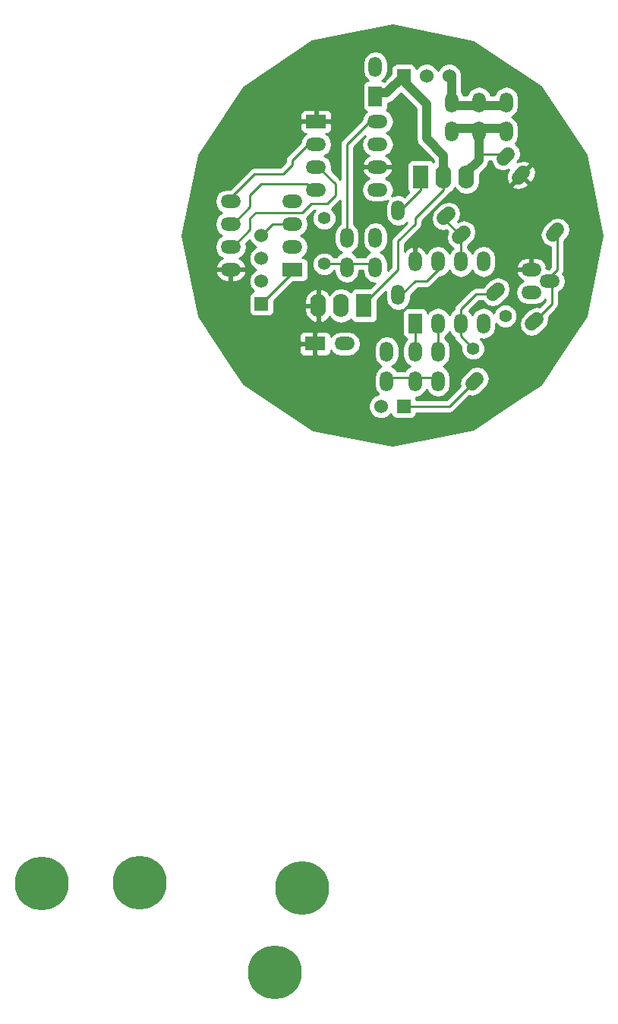
<source format=gtl>
G04 (created by PCBNEW (2013-07-07 BZR 4022)-stable) date 6/17/2014 7:27:19 PM*
%MOIN*%
G04 Gerber Fmt 3.4, Leading zero omitted, Abs format*
%FSLAX34Y34*%
G01*
G70*
G90*
G04 APERTURE LIST*
%ADD10C,0.00393701*%
%ADD11C,0.23622*%
%ADD12R,0.06X0.06*%
%ADD13C,0.06*%
%ADD14C,0.055*%
%ADD15O,0.0885X0.059*%
%ADD16R,0.069X0.1035*%
%ADD17O,0.069X0.1035*%
%ADD18O,0.059X0.0885*%
%ADD19C,0.059*%
%ADD20R,0.059X0.0885*%
%ADD21R,0.0885X0.059*%
%ADD22C,0.04*%
%ADD23C,0.01*%
G04 APERTURE END LIST*
G54D10*
G54D11*
X81050Y-83150D03*
X79850Y-86850D03*
G54D12*
X79250Y-57500D03*
G54D13*
X79250Y-56500D03*
X79250Y-55500D03*
X79250Y-54500D03*
G54D12*
X85500Y-47500D03*
G54D13*
X86500Y-47500D03*
X87500Y-47500D03*
G54D12*
X85500Y-62000D03*
G54D13*
X84500Y-62000D03*
G54D14*
X82000Y-55750D03*
X82000Y-53750D03*
X88542Y-59457D03*
X89957Y-58042D03*
G54D15*
X91102Y-56000D03*
X91897Y-56500D03*
X91102Y-57000D03*
G54D16*
X86250Y-51922D03*
G54D17*
X87250Y-51922D03*
X88250Y-51922D03*
G54D16*
X83750Y-57577D03*
G54D17*
X82750Y-57577D03*
X81750Y-57577D03*
G54D18*
X86000Y-60897D03*
X86000Y-59602D03*
X84750Y-60897D03*
X84750Y-59602D03*
X87000Y-59602D03*
X87000Y-60897D03*
X87600Y-49947D03*
X87600Y-48652D03*
X88800Y-49947D03*
X88800Y-48652D03*
X90000Y-49947D03*
X90000Y-48652D03*
X84250Y-55897D03*
X84250Y-54602D03*
X83000Y-54602D03*
X83000Y-55897D03*
G54D19*
X90750Y-51750D02*
X90541Y-51958D01*
X88130Y-54369D02*
X87921Y-54578D01*
X88500Y-61000D02*
X88708Y-60791D01*
X91119Y-58380D02*
X91328Y-58171D01*
X92250Y-54250D02*
X92041Y-54458D01*
X89630Y-56869D02*
X89421Y-57078D01*
X87250Y-53750D02*
X87458Y-53541D01*
X89869Y-51130D02*
X90078Y-50921D01*
G54D18*
X85250Y-57102D03*
X85250Y-53397D03*
G54D11*
X69600Y-82950D03*
X73900Y-82900D03*
G54D20*
X84250Y-48397D03*
G54D18*
X84250Y-47102D03*
G54D21*
X81602Y-59250D03*
G54D15*
X82897Y-59250D03*
G54D21*
X81647Y-49500D03*
G54D15*
X81647Y-50500D03*
X81647Y-51500D03*
X81647Y-52500D03*
X84352Y-52500D03*
X84352Y-51500D03*
X84352Y-49500D03*
X84352Y-50500D03*
G54D21*
X80602Y-56000D03*
G54D15*
X80602Y-55000D03*
X80602Y-54000D03*
X80602Y-53000D03*
X77897Y-53000D03*
X77897Y-54000D03*
X77897Y-56000D03*
X77897Y-55000D03*
G54D20*
X86000Y-58352D03*
G54D18*
X87000Y-58352D03*
X88000Y-58352D03*
X89000Y-58352D03*
X89000Y-55647D03*
X88000Y-55647D03*
X86000Y-55647D03*
X87000Y-55647D03*
G54D22*
X87500Y-47500D02*
X87600Y-47600D01*
X87600Y-47600D02*
X87600Y-48800D01*
X90000Y-48800D02*
X88800Y-48800D01*
X87600Y-48800D02*
X88800Y-48800D01*
G54D23*
X79250Y-57500D02*
X80750Y-56000D01*
X85500Y-62000D02*
X87000Y-62000D01*
X87500Y-62000D02*
X88500Y-61000D01*
X87000Y-62000D02*
X87500Y-62000D01*
X83000Y-55750D02*
X84250Y-55750D01*
X82000Y-55750D02*
X83000Y-55750D01*
X78000Y-55000D02*
X77750Y-55000D01*
X78750Y-54250D02*
X78000Y-55000D01*
X81750Y-51500D02*
X82500Y-52250D01*
X82500Y-52250D02*
X82500Y-52750D01*
X82500Y-52750D02*
X82250Y-53000D01*
X82250Y-53000D02*
X82150Y-53100D01*
X82150Y-53100D02*
X81650Y-53100D01*
X81650Y-53100D02*
X81450Y-53100D01*
X81450Y-53100D02*
X81050Y-53500D01*
X81050Y-53500D02*
X80000Y-53500D01*
X80000Y-53500D02*
X79850Y-53500D01*
X81750Y-51500D02*
X81500Y-51500D01*
X79850Y-53500D02*
X79000Y-53500D01*
X78750Y-53750D02*
X78750Y-54250D01*
X79000Y-53500D02*
X78750Y-53750D01*
X80250Y-52250D02*
X79250Y-52250D01*
X78000Y-54000D02*
X77750Y-54000D01*
X78750Y-53250D02*
X78000Y-54000D01*
X78750Y-52750D02*
X78750Y-53250D01*
X79250Y-52250D02*
X78750Y-52750D01*
X81250Y-52250D02*
X80250Y-52250D01*
X81250Y-52250D02*
X81500Y-52500D01*
X80400Y-51600D02*
X80200Y-51800D01*
X81300Y-50500D02*
X80600Y-51200D01*
X80600Y-51200D02*
X80600Y-51400D01*
X80600Y-51400D02*
X80400Y-51600D01*
X81500Y-50500D02*
X81300Y-50500D01*
X78950Y-51800D02*
X77750Y-53000D01*
X80200Y-51800D02*
X78950Y-51800D01*
X87000Y-55500D02*
X87000Y-56000D01*
X86000Y-56500D02*
X85250Y-57250D01*
X86500Y-56500D02*
X86000Y-56500D01*
X87000Y-56000D02*
X86500Y-56500D01*
X85250Y-53250D02*
X85500Y-53250D01*
X86250Y-52500D02*
X86250Y-51750D01*
X85500Y-53250D02*
X86250Y-52500D01*
X90078Y-50921D02*
X88800Y-50921D01*
G54D22*
X88250Y-51750D02*
X88800Y-51200D01*
X88800Y-51200D02*
X88800Y-50921D01*
X88800Y-50921D02*
X88800Y-49800D01*
X87600Y-49800D02*
X88800Y-49800D01*
X90000Y-49800D02*
X88800Y-49800D01*
G54D23*
X90078Y-50921D02*
X90000Y-50843D01*
X88000Y-58500D02*
X88000Y-58914D01*
X88000Y-58914D02*
X88542Y-59457D01*
X88500Y-57250D02*
X88000Y-57750D01*
X88000Y-57750D02*
X88000Y-58500D01*
X89421Y-57078D02*
X88671Y-57078D01*
X88671Y-57078D02*
X88500Y-57250D01*
X84500Y-49500D02*
X84000Y-49500D01*
X83000Y-50500D02*
X83000Y-54750D01*
X84000Y-49500D02*
X83000Y-50500D01*
X87250Y-53750D02*
X87921Y-54421D01*
X87921Y-54421D02*
X87921Y-54578D01*
X87921Y-54578D02*
X88000Y-54656D01*
X88000Y-54656D02*
X88000Y-55500D01*
X87000Y-59750D02*
X87000Y-58500D01*
X84750Y-60750D02*
X86000Y-60750D01*
X87000Y-60750D02*
X86000Y-60750D01*
X86000Y-59750D02*
X86000Y-58500D01*
X91750Y-56500D02*
X92250Y-56000D01*
X92250Y-56000D02*
X92250Y-54250D01*
X91328Y-58171D02*
X92000Y-57500D01*
X92000Y-56750D02*
X91750Y-56500D01*
X92000Y-57500D02*
X92000Y-56750D01*
X79250Y-54500D02*
X79750Y-54000D01*
X79750Y-54000D02*
X80750Y-54000D01*
G54D22*
X84250Y-48250D02*
X84750Y-48250D01*
X84750Y-48250D02*
X85500Y-47500D01*
X85500Y-47500D02*
X85500Y-47750D01*
X86500Y-48750D02*
X86500Y-50250D01*
X85500Y-47750D02*
X86500Y-48750D01*
G54D23*
X87250Y-51750D02*
X87250Y-52500D01*
X83750Y-57500D02*
X83750Y-57750D01*
X85250Y-56000D02*
X83750Y-57500D01*
X85250Y-54750D02*
X85250Y-56000D01*
X86000Y-54000D02*
X85250Y-54750D01*
X86000Y-53750D02*
X86000Y-54000D01*
X87250Y-52500D02*
X86000Y-53750D01*
G54D22*
X87250Y-51000D02*
X87250Y-51750D01*
X86500Y-50250D02*
X87250Y-51000D01*
G54D10*
G36*
X86800Y-51256D02*
X86736Y-51193D01*
X86644Y-51155D01*
X86545Y-51154D01*
X85855Y-51154D01*
X85763Y-51192D01*
X85693Y-51263D01*
X85655Y-51355D01*
X85654Y-51454D01*
X85654Y-52489D01*
X85692Y-52581D01*
X85718Y-52607D01*
X85539Y-52786D01*
X85458Y-52732D01*
X85250Y-52691D01*
X85041Y-52732D01*
X84968Y-52781D01*
X85017Y-52708D01*
X85058Y-52500D01*
X85017Y-52291D01*
X84898Y-52114D01*
X84722Y-51996D01*
X84717Y-51995D01*
X84754Y-51984D01*
X84920Y-51850D01*
X85022Y-51662D01*
X85028Y-51634D01*
X84979Y-51550D01*
X84402Y-51550D01*
X84402Y-51557D01*
X84302Y-51557D01*
X84302Y-51550D01*
X83725Y-51550D01*
X83676Y-51634D01*
X83682Y-51662D01*
X83784Y-51850D01*
X83950Y-51984D01*
X83987Y-51995D01*
X83982Y-51996D01*
X83806Y-52114D01*
X83687Y-52291D01*
X83646Y-52500D01*
X83687Y-52708D01*
X83806Y-52885D01*
X83982Y-53003D01*
X84191Y-53045D01*
X84513Y-53045D01*
X84722Y-53003D01*
X84795Y-52954D01*
X84746Y-53027D01*
X84705Y-53236D01*
X84705Y-53558D01*
X84746Y-53767D01*
X84864Y-53943D01*
X85041Y-54062D01*
X85250Y-54103D01*
X85458Y-54062D01*
X85624Y-53951D01*
X85037Y-54537D01*
X84972Y-54635D01*
X84950Y-54750D01*
X84950Y-55875D01*
X84795Y-56030D01*
X84795Y-55736D01*
X84753Y-55527D01*
X84635Y-55351D01*
X84484Y-55250D01*
X84635Y-55148D01*
X84753Y-54972D01*
X84795Y-54763D01*
X84795Y-54441D01*
X84753Y-54232D01*
X84635Y-54056D01*
X84458Y-53937D01*
X84250Y-53896D01*
X84041Y-53937D01*
X83864Y-54056D01*
X83746Y-54232D01*
X83705Y-54441D01*
X83705Y-54763D01*
X83746Y-54972D01*
X83864Y-55148D01*
X84015Y-55250D01*
X83864Y-55351D01*
X83798Y-55450D01*
X83451Y-55450D01*
X83385Y-55351D01*
X83234Y-55250D01*
X83385Y-55148D01*
X83503Y-54972D01*
X83545Y-54763D01*
X83545Y-54441D01*
X83503Y-54232D01*
X83385Y-54056D01*
X83300Y-53999D01*
X83300Y-50624D01*
X83798Y-50125D01*
X83687Y-50291D01*
X83646Y-50500D01*
X83687Y-50708D01*
X83806Y-50885D01*
X83982Y-51003D01*
X83987Y-51004D01*
X83950Y-51015D01*
X83784Y-51149D01*
X83682Y-51337D01*
X83676Y-51365D01*
X83725Y-51450D01*
X84302Y-51450D01*
X84302Y-51442D01*
X84402Y-51442D01*
X84402Y-51450D01*
X84979Y-51450D01*
X85028Y-51365D01*
X85022Y-51337D01*
X84920Y-51149D01*
X84754Y-51015D01*
X84717Y-51004D01*
X84722Y-51003D01*
X84898Y-50885D01*
X85017Y-50708D01*
X85058Y-50500D01*
X85017Y-50291D01*
X84898Y-50114D01*
X84727Y-50000D01*
X84898Y-49885D01*
X85017Y-49708D01*
X85058Y-49500D01*
X85017Y-49291D01*
X84898Y-49114D01*
X84734Y-49004D01*
X84756Y-48981D01*
X84794Y-48889D01*
X84795Y-48790D01*
X84795Y-48691D01*
X84922Y-48665D01*
X85068Y-48568D01*
X85375Y-48261D01*
X86050Y-48936D01*
X86050Y-50250D01*
X86084Y-50422D01*
X86181Y-50568D01*
X86800Y-51186D01*
X86800Y-51256D01*
X86800Y-51256D01*
G37*
G54D23*
X86800Y-51256D02*
X86736Y-51193D01*
X86644Y-51155D01*
X86545Y-51154D01*
X85855Y-51154D01*
X85763Y-51192D01*
X85693Y-51263D01*
X85655Y-51355D01*
X85654Y-51454D01*
X85654Y-52489D01*
X85692Y-52581D01*
X85718Y-52607D01*
X85539Y-52786D01*
X85458Y-52732D01*
X85250Y-52691D01*
X85041Y-52732D01*
X84968Y-52781D01*
X85017Y-52708D01*
X85058Y-52500D01*
X85017Y-52291D01*
X84898Y-52114D01*
X84722Y-51996D01*
X84717Y-51995D01*
X84754Y-51984D01*
X84920Y-51850D01*
X85022Y-51662D01*
X85028Y-51634D01*
X84979Y-51550D01*
X84402Y-51550D01*
X84402Y-51557D01*
X84302Y-51557D01*
X84302Y-51550D01*
X83725Y-51550D01*
X83676Y-51634D01*
X83682Y-51662D01*
X83784Y-51850D01*
X83950Y-51984D01*
X83987Y-51995D01*
X83982Y-51996D01*
X83806Y-52114D01*
X83687Y-52291D01*
X83646Y-52500D01*
X83687Y-52708D01*
X83806Y-52885D01*
X83982Y-53003D01*
X84191Y-53045D01*
X84513Y-53045D01*
X84722Y-53003D01*
X84795Y-52954D01*
X84746Y-53027D01*
X84705Y-53236D01*
X84705Y-53558D01*
X84746Y-53767D01*
X84864Y-53943D01*
X85041Y-54062D01*
X85250Y-54103D01*
X85458Y-54062D01*
X85624Y-53951D01*
X85037Y-54537D01*
X84972Y-54635D01*
X84950Y-54750D01*
X84950Y-55875D01*
X84795Y-56030D01*
X84795Y-55736D01*
X84753Y-55527D01*
X84635Y-55351D01*
X84484Y-55250D01*
X84635Y-55148D01*
X84753Y-54972D01*
X84795Y-54763D01*
X84795Y-54441D01*
X84753Y-54232D01*
X84635Y-54056D01*
X84458Y-53937D01*
X84250Y-53896D01*
X84041Y-53937D01*
X83864Y-54056D01*
X83746Y-54232D01*
X83705Y-54441D01*
X83705Y-54763D01*
X83746Y-54972D01*
X83864Y-55148D01*
X84015Y-55250D01*
X83864Y-55351D01*
X83798Y-55450D01*
X83451Y-55450D01*
X83385Y-55351D01*
X83234Y-55250D01*
X83385Y-55148D01*
X83503Y-54972D01*
X83545Y-54763D01*
X83545Y-54441D01*
X83503Y-54232D01*
X83385Y-54056D01*
X83300Y-53999D01*
X83300Y-50624D01*
X83798Y-50125D01*
X83687Y-50291D01*
X83646Y-50500D01*
X83687Y-50708D01*
X83806Y-50885D01*
X83982Y-51003D01*
X83987Y-51004D01*
X83950Y-51015D01*
X83784Y-51149D01*
X83682Y-51337D01*
X83676Y-51365D01*
X83725Y-51450D01*
X84302Y-51450D01*
X84302Y-51442D01*
X84402Y-51442D01*
X84402Y-51450D01*
X84979Y-51450D01*
X85028Y-51365D01*
X85022Y-51337D01*
X84920Y-51149D01*
X84754Y-51015D01*
X84717Y-51004D01*
X84722Y-51003D01*
X84898Y-50885D01*
X85017Y-50708D01*
X85058Y-50500D01*
X85017Y-50291D01*
X84898Y-50114D01*
X84727Y-50000D01*
X84898Y-49885D01*
X85017Y-49708D01*
X85058Y-49500D01*
X85017Y-49291D01*
X84898Y-49114D01*
X84734Y-49004D01*
X84756Y-48981D01*
X84794Y-48889D01*
X84795Y-48790D01*
X84795Y-48691D01*
X84922Y-48665D01*
X85068Y-48568D01*
X85375Y-48261D01*
X86050Y-48936D01*
X86050Y-50250D01*
X86084Y-50422D01*
X86181Y-50568D01*
X86800Y-51186D01*
X86800Y-51256D01*
G54D10*
G36*
X94218Y-54500D02*
X93515Y-58018D01*
X92804Y-59083D01*
X92804Y-54240D01*
X92763Y-54031D01*
X92644Y-53855D01*
X92468Y-53736D01*
X92259Y-53695D01*
X92051Y-53736D01*
X91874Y-53855D01*
X91646Y-54082D01*
X91528Y-54259D01*
X91486Y-54468D01*
X91528Y-54676D01*
X91646Y-54853D01*
X91823Y-54971D01*
X91950Y-54996D01*
X91950Y-55875D01*
X91870Y-55955D01*
X91795Y-55955D01*
X91795Y-55949D01*
X91778Y-55949D01*
X91729Y-55949D01*
X91778Y-55865D01*
X91772Y-55837D01*
X91670Y-55649D01*
X91504Y-55515D01*
X91300Y-55455D01*
X91295Y-55455D01*
X91295Y-51700D01*
X91234Y-51495D01*
X91218Y-51471D01*
X91124Y-51446D01*
X91053Y-51516D01*
X91053Y-51375D01*
X91028Y-51281D01*
X91004Y-51265D01*
X90799Y-51205D01*
X90587Y-51227D01*
X90481Y-51284D01*
X90591Y-51120D01*
X90633Y-50911D01*
X90591Y-50703D01*
X90473Y-50526D01*
X90397Y-50475D01*
X90503Y-50317D01*
X90545Y-50108D01*
X90545Y-49786D01*
X90503Y-49577D01*
X90385Y-49401D01*
X90234Y-49300D01*
X90385Y-49198D01*
X90503Y-49022D01*
X90545Y-48813D01*
X90545Y-48491D01*
X90503Y-48282D01*
X90385Y-48106D01*
X90208Y-47987D01*
X90000Y-47946D01*
X89791Y-47987D01*
X89614Y-48106D01*
X89496Y-48282D01*
X89483Y-48350D01*
X89316Y-48350D01*
X89303Y-48282D01*
X89185Y-48106D01*
X89008Y-47987D01*
X88800Y-47946D01*
X88591Y-47987D01*
X88414Y-48106D01*
X88296Y-48282D01*
X88283Y-48350D01*
X88116Y-48350D01*
X88103Y-48282D01*
X88050Y-48202D01*
X88050Y-47600D01*
X88049Y-47599D01*
X88050Y-47391D01*
X87966Y-47188D01*
X87811Y-47034D01*
X87609Y-46950D01*
X87391Y-46949D01*
X87188Y-47033D01*
X87034Y-47188D01*
X87000Y-47269D01*
X86966Y-47188D01*
X86811Y-47034D01*
X86609Y-46950D01*
X86391Y-46949D01*
X86188Y-47033D01*
X86050Y-47172D01*
X86050Y-47150D01*
X86012Y-47058D01*
X85941Y-46988D01*
X85849Y-46950D01*
X85750Y-46949D01*
X85150Y-46949D01*
X85058Y-46987D01*
X84988Y-47058D01*
X84950Y-47150D01*
X84949Y-47249D01*
X84949Y-47413D01*
X84639Y-47723D01*
X84594Y-47705D01*
X84551Y-47705D01*
X84635Y-47648D01*
X84753Y-47472D01*
X84795Y-47263D01*
X84795Y-46941D01*
X84753Y-46732D01*
X84635Y-46556D01*
X84458Y-46437D01*
X84250Y-46396D01*
X84041Y-46437D01*
X83864Y-46556D01*
X83746Y-46732D01*
X83705Y-46941D01*
X83705Y-47263D01*
X83746Y-47472D01*
X83864Y-47648D01*
X83948Y-47704D01*
X83905Y-47704D01*
X83813Y-47742D01*
X83743Y-47813D01*
X83705Y-47905D01*
X83704Y-48004D01*
X83704Y-48889D01*
X83742Y-48981D01*
X83813Y-49051D01*
X83866Y-49074D01*
X83806Y-49114D01*
X83687Y-49291D01*
X83663Y-49411D01*
X82787Y-50287D01*
X82722Y-50385D01*
X82700Y-50500D01*
X82700Y-52025D01*
X82323Y-51649D01*
X82353Y-51500D01*
X82312Y-51291D01*
X82193Y-51114D01*
X82022Y-51000D01*
X82193Y-50885D01*
X82312Y-50708D01*
X82353Y-50500D01*
X82312Y-50291D01*
X82193Y-50114D01*
X82089Y-50045D01*
X82139Y-50044D01*
X82231Y-50006D01*
X82302Y-49936D01*
X82340Y-49844D01*
X82340Y-49155D01*
X82302Y-49063D01*
X82231Y-48993D01*
X82139Y-48955D01*
X82040Y-48954D01*
X81760Y-48955D01*
X81697Y-49017D01*
X81697Y-49450D01*
X82277Y-49450D01*
X82340Y-49387D01*
X82340Y-49155D01*
X82340Y-49844D01*
X82340Y-49612D01*
X82277Y-49550D01*
X81697Y-49550D01*
X81697Y-49557D01*
X81597Y-49557D01*
X81597Y-49550D01*
X81597Y-49450D01*
X81597Y-49017D01*
X81535Y-48955D01*
X81254Y-48954D01*
X81155Y-48955D01*
X81063Y-48993D01*
X80992Y-49063D01*
X80954Y-49155D01*
X80955Y-49387D01*
X81017Y-49450D01*
X81597Y-49450D01*
X81597Y-49550D01*
X81017Y-49550D01*
X80955Y-49612D01*
X80954Y-49844D01*
X80992Y-49936D01*
X81063Y-50006D01*
X81155Y-50044D01*
X81205Y-50045D01*
X81101Y-50114D01*
X80982Y-50291D01*
X80957Y-50417D01*
X80387Y-50987D01*
X80322Y-51085D01*
X80300Y-51200D01*
X80300Y-51275D01*
X80187Y-51387D01*
X80187Y-51387D01*
X80075Y-51500D01*
X78950Y-51500D01*
X78835Y-51522D01*
X78737Y-51587D01*
X77870Y-52455D01*
X77736Y-52455D01*
X77527Y-52496D01*
X77351Y-52614D01*
X77232Y-52791D01*
X77191Y-53000D01*
X77232Y-53208D01*
X77351Y-53385D01*
X77522Y-53500D01*
X77351Y-53614D01*
X77232Y-53791D01*
X77191Y-54000D01*
X77232Y-54208D01*
X77351Y-54385D01*
X77522Y-54500D01*
X77351Y-54614D01*
X77232Y-54791D01*
X77191Y-55000D01*
X77232Y-55208D01*
X77351Y-55385D01*
X77527Y-55503D01*
X77532Y-55504D01*
X77495Y-55515D01*
X77329Y-55649D01*
X77227Y-55837D01*
X77221Y-55865D01*
X77270Y-55950D01*
X77847Y-55950D01*
X77847Y-55942D01*
X77947Y-55942D01*
X77947Y-55950D01*
X78524Y-55950D01*
X78573Y-55865D01*
X78567Y-55837D01*
X78465Y-55649D01*
X78299Y-55515D01*
X78262Y-55504D01*
X78267Y-55503D01*
X78443Y-55385D01*
X78562Y-55208D01*
X78603Y-55000D01*
X78573Y-54850D01*
X78733Y-54690D01*
X78783Y-54811D01*
X78938Y-54965D01*
X79019Y-54999D01*
X78938Y-55033D01*
X78784Y-55188D01*
X78700Y-55390D01*
X78699Y-55608D01*
X78783Y-55811D01*
X78938Y-55965D01*
X79019Y-55999D01*
X78938Y-56033D01*
X78784Y-56188D01*
X78700Y-56390D01*
X78699Y-56608D01*
X78783Y-56811D01*
X78922Y-56949D01*
X78900Y-56949D01*
X78808Y-56987D01*
X78738Y-57058D01*
X78700Y-57150D01*
X78699Y-57249D01*
X78699Y-57849D01*
X78737Y-57941D01*
X78808Y-58011D01*
X78900Y-58049D01*
X78999Y-58050D01*
X79599Y-58050D01*
X79691Y-58012D01*
X79761Y-57941D01*
X79799Y-57849D01*
X79800Y-57750D01*
X79800Y-57374D01*
X80629Y-56545D01*
X81094Y-56545D01*
X81186Y-56507D01*
X81256Y-56436D01*
X81294Y-56344D01*
X81295Y-56245D01*
X81295Y-55655D01*
X81257Y-55563D01*
X81186Y-55493D01*
X81094Y-55455D01*
X81044Y-55454D01*
X81148Y-55385D01*
X81267Y-55208D01*
X81308Y-55000D01*
X81267Y-54791D01*
X81148Y-54614D01*
X80977Y-54500D01*
X81148Y-54385D01*
X81267Y-54208D01*
X81308Y-54000D01*
X81267Y-53791D01*
X81228Y-53734D01*
X81262Y-53712D01*
X81574Y-53400D01*
X81607Y-53400D01*
X81555Y-53452D01*
X81475Y-53645D01*
X81474Y-53853D01*
X81554Y-54047D01*
X81702Y-54194D01*
X81895Y-54274D01*
X82103Y-54275D01*
X82297Y-54195D01*
X82444Y-54047D01*
X82524Y-53854D01*
X82525Y-53646D01*
X82445Y-53453D01*
X82327Y-53335D01*
X82362Y-53312D01*
X82462Y-53212D01*
X82462Y-53212D01*
X82462Y-53212D01*
X82700Y-52974D01*
X82700Y-53999D01*
X82614Y-54056D01*
X82496Y-54232D01*
X82455Y-54441D01*
X82455Y-54763D01*
X82496Y-54972D01*
X82614Y-55148D01*
X82765Y-55250D01*
X82614Y-55351D01*
X82548Y-55450D01*
X82442Y-55450D01*
X82297Y-55305D01*
X82104Y-55225D01*
X81896Y-55224D01*
X81703Y-55304D01*
X81555Y-55452D01*
X81475Y-55645D01*
X81474Y-55853D01*
X81554Y-56047D01*
X81702Y-56194D01*
X81895Y-56274D01*
X82103Y-56275D01*
X82297Y-56195D01*
X82442Y-56050D01*
X82455Y-56050D01*
X82455Y-56058D01*
X82496Y-56267D01*
X82614Y-56443D01*
X82791Y-56562D01*
X83000Y-56603D01*
X83208Y-56562D01*
X83385Y-56443D01*
X83503Y-56267D01*
X83545Y-56058D01*
X83545Y-56050D01*
X83705Y-56050D01*
X83705Y-56058D01*
X83746Y-56267D01*
X83864Y-56443D01*
X84041Y-56562D01*
X84226Y-56598D01*
X84015Y-56809D01*
X83355Y-56809D01*
X83263Y-56847D01*
X83193Y-56918D01*
X83171Y-56970D01*
X83170Y-56969D01*
X82977Y-56840D01*
X82750Y-56794D01*
X82522Y-56840D01*
X82329Y-56969D01*
X82248Y-57090D01*
X82135Y-56948D01*
X81931Y-56836D01*
X81892Y-56827D01*
X81800Y-56874D01*
X81800Y-57527D01*
X81807Y-57527D01*
X81807Y-57627D01*
X81800Y-57627D01*
X81800Y-58280D01*
X81892Y-58327D01*
X81931Y-58318D01*
X82135Y-58206D01*
X82248Y-58064D01*
X82329Y-58185D01*
X82522Y-58314D01*
X82750Y-58360D01*
X82977Y-58314D01*
X83170Y-58185D01*
X83171Y-58184D01*
X83192Y-58236D01*
X83263Y-58306D01*
X83355Y-58344D01*
X83454Y-58345D01*
X84144Y-58345D01*
X84236Y-58307D01*
X84306Y-58236D01*
X84344Y-58144D01*
X84345Y-58045D01*
X84345Y-57329D01*
X84705Y-56969D01*
X84705Y-57263D01*
X84746Y-57472D01*
X84864Y-57648D01*
X85041Y-57767D01*
X85250Y-57808D01*
X85458Y-57767D01*
X85635Y-57648D01*
X85753Y-57472D01*
X85795Y-57263D01*
X85795Y-57129D01*
X86124Y-56800D01*
X86500Y-56800D01*
X86500Y-56799D01*
X86614Y-56777D01*
X86614Y-56777D01*
X86712Y-56712D01*
X87088Y-56336D01*
X87208Y-56312D01*
X87385Y-56193D01*
X87500Y-56022D01*
X87614Y-56193D01*
X87791Y-56312D01*
X88000Y-56353D01*
X88208Y-56312D01*
X88385Y-56193D01*
X88500Y-56022D01*
X88614Y-56193D01*
X88791Y-56312D01*
X89000Y-56353D01*
X89208Y-56312D01*
X89385Y-56193D01*
X89503Y-56017D01*
X89545Y-55808D01*
X89545Y-55486D01*
X89503Y-55277D01*
X89385Y-55101D01*
X89208Y-54982D01*
X89000Y-54941D01*
X88791Y-54982D01*
X88614Y-55101D01*
X88500Y-55272D01*
X88385Y-55101D01*
X88300Y-55044D01*
X88300Y-54970D01*
X88525Y-54745D01*
X88643Y-54568D01*
X88684Y-54360D01*
X88643Y-54151D01*
X88525Y-53974D01*
X88348Y-53856D01*
X88139Y-53815D01*
X87931Y-53856D01*
X87863Y-53901D01*
X87971Y-53740D01*
X88013Y-53531D01*
X87971Y-53323D01*
X87853Y-53146D01*
X87676Y-53028D01*
X87468Y-52986D01*
X87259Y-53028D01*
X87082Y-53146D01*
X86855Y-53374D01*
X86736Y-53551D01*
X86695Y-53759D01*
X86736Y-53968D01*
X86855Y-54144D01*
X87031Y-54263D01*
X87240Y-54304D01*
X87357Y-54281D01*
X87427Y-54351D01*
X87408Y-54379D01*
X87366Y-54588D01*
X87408Y-54796D01*
X87526Y-54973D01*
X87666Y-55066D01*
X87614Y-55101D01*
X87500Y-55272D01*
X87385Y-55101D01*
X87208Y-54982D01*
X87000Y-54941D01*
X86791Y-54982D01*
X86614Y-55101D01*
X86496Y-55277D01*
X86495Y-55282D01*
X86484Y-55245D01*
X86350Y-55079D01*
X86162Y-54977D01*
X86134Y-54971D01*
X86050Y-55020D01*
X86050Y-55597D01*
X86057Y-55597D01*
X86057Y-55697D01*
X86050Y-55697D01*
X86050Y-55705D01*
X85950Y-55705D01*
X85950Y-55697D01*
X85942Y-55697D01*
X85942Y-55597D01*
X85950Y-55597D01*
X85950Y-55020D01*
X85865Y-54971D01*
X85837Y-54977D01*
X85649Y-55079D01*
X85550Y-55202D01*
X85550Y-54874D01*
X86212Y-54212D01*
X86212Y-54212D01*
X86277Y-54114D01*
X86299Y-54000D01*
X86300Y-54000D01*
X86300Y-53874D01*
X87462Y-52712D01*
X87512Y-52636D01*
X87670Y-52530D01*
X87749Y-52412D01*
X87829Y-52530D01*
X88022Y-52659D01*
X88250Y-52705D01*
X88477Y-52659D01*
X88670Y-52530D01*
X88799Y-52337D01*
X88845Y-52110D01*
X88845Y-51791D01*
X89118Y-51518D01*
X89215Y-51372D01*
X89245Y-51221D01*
X89331Y-51221D01*
X89356Y-51348D01*
X89474Y-51525D01*
X89651Y-51643D01*
X89860Y-51684D01*
X90068Y-51643D01*
X90120Y-51608D01*
X90018Y-51796D01*
X89996Y-52008D01*
X90057Y-52213D01*
X90072Y-52237D01*
X90166Y-52262D01*
X90574Y-51854D01*
X90569Y-51848D01*
X90640Y-51778D01*
X90645Y-51783D01*
X91053Y-51375D01*
X91053Y-51516D01*
X90716Y-51854D01*
X91066Y-52204D01*
X91170Y-52100D01*
X91272Y-51912D01*
X91295Y-51700D01*
X91295Y-55455D01*
X91152Y-55455D01*
X91152Y-55950D01*
X91160Y-55950D01*
X91160Y-56050D01*
X91152Y-56050D01*
X91152Y-56057D01*
X91052Y-56057D01*
X91052Y-56050D01*
X91052Y-55950D01*
X91052Y-55455D01*
X90995Y-55455D01*
X90995Y-52275D01*
X90645Y-51925D01*
X90237Y-52333D01*
X90262Y-52427D01*
X90286Y-52442D01*
X90491Y-52503D01*
X90703Y-52481D01*
X90891Y-52379D01*
X90995Y-52275D01*
X90995Y-55455D01*
X90905Y-55455D01*
X90700Y-55515D01*
X90534Y-55649D01*
X90432Y-55837D01*
X90426Y-55865D01*
X90475Y-55950D01*
X91052Y-55950D01*
X91052Y-56050D01*
X90475Y-56050D01*
X90426Y-56134D01*
X90432Y-56162D01*
X90534Y-56350D01*
X90700Y-56484D01*
X90737Y-56495D01*
X90732Y-56496D01*
X90556Y-56614D01*
X90437Y-56791D01*
X90396Y-57000D01*
X90437Y-57208D01*
X90556Y-57385D01*
X90732Y-57503D01*
X90941Y-57545D01*
X91263Y-57545D01*
X91472Y-57503D01*
X91648Y-57385D01*
X91700Y-57308D01*
X91700Y-57375D01*
X91438Y-57637D01*
X91338Y-57616D01*
X91129Y-57658D01*
X90952Y-57776D01*
X90724Y-58004D01*
X90606Y-58181D01*
X90565Y-58389D01*
X90606Y-58598D01*
X90724Y-58775D01*
X90901Y-58893D01*
X91110Y-58934D01*
X91318Y-58893D01*
X91495Y-58775D01*
X91723Y-58547D01*
X91841Y-58370D01*
X91883Y-58161D01*
X91862Y-58061D01*
X92212Y-57712D01*
X92212Y-57712D01*
X92277Y-57614D01*
X92299Y-57500D01*
X92300Y-57500D01*
X92300Y-56981D01*
X92443Y-56885D01*
X92562Y-56708D01*
X92603Y-56500D01*
X92562Y-56291D01*
X92485Y-56176D01*
X92527Y-56114D01*
X92549Y-56000D01*
X92550Y-56000D01*
X92550Y-54720D01*
X92644Y-54625D01*
X92763Y-54448D01*
X92804Y-54240D01*
X92804Y-59083D01*
X91511Y-61022D01*
X90482Y-61709D01*
X90482Y-57938D01*
X90402Y-57745D01*
X90254Y-57598D01*
X90061Y-57517D01*
X89853Y-57517D01*
X89660Y-57597D01*
X89512Y-57745D01*
X89448Y-57899D01*
X89385Y-57806D01*
X89208Y-57687D01*
X89000Y-57646D01*
X88791Y-57687D01*
X88614Y-57806D01*
X88499Y-57977D01*
X88385Y-57806D01*
X88375Y-57799D01*
X88712Y-57462D01*
X88712Y-57462D01*
X88712Y-57462D01*
X88795Y-57378D01*
X88963Y-57378D01*
X89026Y-57473D01*
X89203Y-57591D01*
X89411Y-57633D01*
X89620Y-57591D01*
X89797Y-57473D01*
X90025Y-57245D01*
X90143Y-57068D01*
X90184Y-56860D01*
X90143Y-56651D01*
X90025Y-56474D01*
X89848Y-56356D01*
X89639Y-56315D01*
X89431Y-56356D01*
X89254Y-56474D01*
X89026Y-56702D01*
X88975Y-56778D01*
X88671Y-56778D01*
X88556Y-56801D01*
X88459Y-56866D01*
X88287Y-57037D01*
X88287Y-57037D01*
X87787Y-57537D01*
X87722Y-57635D01*
X87700Y-57748D01*
X87614Y-57806D01*
X87500Y-57977D01*
X87385Y-57806D01*
X87208Y-57687D01*
X87000Y-57646D01*
X86791Y-57687D01*
X86614Y-57806D01*
X86545Y-57910D01*
X86545Y-57860D01*
X86507Y-57768D01*
X86436Y-57698D01*
X86344Y-57660D01*
X86245Y-57659D01*
X85655Y-57659D01*
X85563Y-57697D01*
X85493Y-57768D01*
X85455Y-57860D01*
X85454Y-57959D01*
X85454Y-58844D01*
X85492Y-58936D01*
X85563Y-59006D01*
X85640Y-59038D01*
X85614Y-59056D01*
X85496Y-59232D01*
X85455Y-59441D01*
X85455Y-59763D01*
X85496Y-59972D01*
X85614Y-60148D01*
X85765Y-60250D01*
X85614Y-60351D01*
X85548Y-60450D01*
X85201Y-60450D01*
X85135Y-60351D01*
X84984Y-60250D01*
X85135Y-60148D01*
X85253Y-59972D01*
X85295Y-59763D01*
X85295Y-59441D01*
X85253Y-59232D01*
X85135Y-59056D01*
X84958Y-58937D01*
X84750Y-58896D01*
X84541Y-58937D01*
X84364Y-59056D01*
X84246Y-59232D01*
X84205Y-59441D01*
X84205Y-59763D01*
X84246Y-59972D01*
X84364Y-60148D01*
X84515Y-60250D01*
X84364Y-60351D01*
X84246Y-60527D01*
X84205Y-60736D01*
X84205Y-61058D01*
X84246Y-61267D01*
X84364Y-61443D01*
X84380Y-61454D01*
X84188Y-61533D01*
X84034Y-61688D01*
X83950Y-61890D01*
X83949Y-62108D01*
X84033Y-62311D01*
X84188Y-62465D01*
X84390Y-62549D01*
X84608Y-62550D01*
X84811Y-62466D01*
X84949Y-62327D01*
X84949Y-62349D01*
X84987Y-62441D01*
X85058Y-62511D01*
X85150Y-62549D01*
X85249Y-62550D01*
X85849Y-62550D01*
X85941Y-62512D01*
X86011Y-62441D01*
X86049Y-62349D01*
X86049Y-62300D01*
X87000Y-62300D01*
X87500Y-62300D01*
X87500Y-62299D01*
X87614Y-62277D01*
X87614Y-62277D01*
X87712Y-62212D01*
X88389Y-61534D01*
X88490Y-61554D01*
X88698Y-61513D01*
X88875Y-61394D01*
X89103Y-61167D01*
X89221Y-60990D01*
X89263Y-60781D01*
X89221Y-60573D01*
X89103Y-60396D01*
X88926Y-60278D01*
X88718Y-60236D01*
X88509Y-60278D01*
X88332Y-60396D01*
X88105Y-60624D01*
X87986Y-60801D01*
X87945Y-61009D01*
X87965Y-61110D01*
X87375Y-61700D01*
X87000Y-61700D01*
X86050Y-61700D01*
X86050Y-61650D01*
X86028Y-61597D01*
X86208Y-61562D01*
X86385Y-61443D01*
X86500Y-61272D01*
X86614Y-61443D01*
X86791Y-61562D01*
X87000Y-61603D01*
X87208Y-61562D01*
X87385Y-61443D01*
X87503Y-61267D01*
X87545Y-61058D01*
X87545Y-60736D01*
X87503Y-60527D01*
X87385Y-60351D01*
X87234Y-60250D01*
X87385Y-60148D01*
X87503Y-59972D01*
X87545Y-59763D01*
X87545Y-59441D01*
X87503Y-59232D01*
X87385Y-59056D01*
X87300Y-58999D01*
X87300Y-58955D01*
X87385Y-58898D01*
X87500Y-58727D01*
X87614Y-58898D01*
X87709Y-58962D01*
X87709Y-58962D01*
X87722Y-59029D01*
X87787Y-59126D01*
X88017Y-59356D01*
X88017Y-59561D01*
X88097Y-59754D01*
X88245Y-59901D01*
X88438Y-59982D01*
X88646Y-59982D01*
X88839Y-59902D01*
X88987Y-59754D01*
X89067Y-59561D01*
X89067Y-59353D01*
X88988Y-59160D01*
X88858Y-59030D01*
X89000Y-59058D01*
X89208Y-59017D01*
X89385Y-58898D01*
X89503Y-58722D01*
X89545Y-58513D01*
X89545Y-58373D01*
X89659Y-58487D01*
X89852Y-58567D01*
X90061Y-58567D01*
X90254Y-58488D01*
X90401Y-58340D01*
X90482Y-58147D01*
X90482Y-57938D01*
X90482Y-61709D01*
X88533Y-63008D01*
X84991Y-63716D01*
X83603Y-63439D01*
X83603Y-59250D01*
X83562Y-59041D01*
X83443Y-58864D01*
X83267Y-58746D01*
X83058Y-58705D01*
X82736Y-58705D01*
X82527Y-58746D01*
X82351Y-58864D01*
X82294Y-58948D01*
X82294Y-58905D01*
X82256Y-58813D01*
X82186Y-58742D01*
X82094Y-58704D01*
X81715Y-58705D01*
X81700Y-58720D01*
X81700Y-58280D01*
X81700Y-57627D01*
X81700Y-57527D01*
X81700Y-56874D01*
X81607Y-56827D01*
X81568Y-56836D01*
X81364Y-56948D01*
X81219Y-57131D01*
X81155Y-57355D01*
X81155Y-57527D01*
X81700Y-57527D01*
X81700Y-57627D01*
X81155Y-57627D01*
X81155Y-57800D01*
X81219Y-58023D01*
X81364Y-58206D01*
X81568Y-58318D01*
X81607Y-58327D01*
X81700Y-58280D01*
X81700Y-58720D01*
X81652Y-58767D01*
X81652Y-59200D01*
X81660Y-59200D01*
X81660Y-59300D01*
X81652Y-59300D01*
X81652Y-59732D01*
X81715Y-59795D01*
X82094Y-59795D01*
X82186Y-59757D01*
X82256Y-59686D01*
X82294Y-59594D01*
X82294Y-59551D01*
X82351Y-59635D01*
X82527Y-59753D01*
X82736Y-59795D01*
X83058Y-59795D01*
X83267Y-59753D01*
X83443Y-59635D01*
X83562Y-59458D01*
X83603Y-59250D01*
X83603Y-63439D01*
X81552Y-63029D01*
X81552Y-59732D01*
X81552Y-59300D01*
X81552Y-59200D01*
X81552Y-58767D01*
X81490Y-58705D01*
X81110Y-58704D01*
X81018Y-58742D01*
X80948Y-58813D01*
X80910Y-58905D01*
X80909Y-59004D01*
X80910Y-59137D01*
X80972Y-59200D01*
X81552Y-59200D01*
X81552Y-59300D01*
X80972Y-59300D01*
X80910Y-59362D01*
X80909Y-59495D01*
X80910Y-59594D01*
X80948Y-59686D01*
X81018Y-59757D01*
X81110Y-59795D01*
X81490Y-59795D01*
X81552Y-59732D01*
X81552Y-63029D01*
X81481Y-63015D01*
X78573Y-61075D01*
X78573Y-56134D01*
X78524Y-56050D01*
X77947Y-56050D01*
X77947Y-56545D01*
X78095Y-56545D01*
X78299Y-56484D01*
X78465Y-56350D01*
X78567Y-56162D01*
X78573Y-56134D01*
X78573Y-61075D01*
X78477Y-61011D01*
X77847Y-60067D01*
X77847Y-56545D01*
X77847Y-56050D01*
X77270Y-56050D01*
X77221Y-56134D01*
X77227Y-56162D01*
X77329Y-56350D01*
X77495Y-56484D01*
X77700Y-56545D01*
X77847Y-56545D01*
X77847Y-60067D01*
X76491Y-58033D01*
X75785Y-54500D01*
X76491Y-50966D01*
X78477Y-47988D01*
X81481Y-45984D01*
X84991Y-45283D01*
X88533Y-45991D01*
X91511Y-47977D01*
X93515Y-50981D01*
X94218Y-54500D01*
X94218Y-54500D01*
G37*
G54D23*
X94218Y-54500D02*
X93515Y-58018D01*
X92804Y-59083D01*
X92804Y-54240D01*
X92763Y-54031D01*
X92644Y-53855D01*
X92468Y-53736D01*
X92259Y-53695D01*
X92051Y-53736D01*
X91874Y-53855D01*
X91646Y-54082D01*
X91528Y-54259D01*
X91486Y-54468D01*
X91528Y-54676D01*
X91646Y-54853D01*
X91823Y-54971D01*
X91950Y-54996D01*
X91950Y-55875D01*
X91870Y-55955D01*
X91795Y-55955D01*
X91795Y-55949D01*
X91778Y-55949D01*
X91729Y-55949D01*
X91778Y-55865D01*
X91772Y-55837D01*
X91670Y-55649D01*
X91504Y-55515D01*
X91300Y-55455D01*
X91295Y-55455D01*
X91295Y-51700D01*
X91234Y-51495D01*
X91218Y-51471D01*
X91124Y-51446D01*
X91053Y-51516D01*
X91053Y-51375D01*
X91028Y-51281D01*
X91004Y-51265D01*
X90799Y-51205D01*
X90587Y-51227D01*
X90481Y-51284D01*
X90591Y-51120D01*
X90633Y-50911D01*
X90591Y-50703D01*
X90473Y-50526D01*
X90397Y-50475D01*
X90503Y-50317D01*
X90545Y-50108D01*
X90545Y-49786D01*
X90503Y-49577D01*
X90385Y-49401D01*
X90234Y-49300D01*
X90385Y-49198D01*
X90503Y-49022D01*
X90545Y-48813D01*
X90545Y-48491D01*
X90503Y-48282D01*
X90385Y-48106D01*
X90208Y-47987D01*
X90000Y-47946D01*
X89791Y-47987D01*
X89614Y-48106D01*
X89496Y-48282D01*
X89483Y-48350D01*
X89316Y-48350D01*
X89303Y-48282D01*
X89185Y-48106D01*
X89008Y-47987D01*
X88800Y-47946D01*
X88591Y-47987D01*
X88414Y-48106D01*
X88296Y-48282D01*
X88283Y-48350D01*
X88116Y-48350D01*
X88103Y-48282D01*
X88050Y-48202D01*
X88050Y-47600D01*
X88049Y-47599D01*
X88050Y-47391D01*
X87966Y-47188D01*
X87811Y-47034D01*
X87609Y-46950D01*
X87391Y-46949D01*
X87188Y-47033D01*
X87034Y-47188D01*
X87000Y-47269D01*
X86966Y-47188D01*
X86811Y-47034D01*
X86609Y-46950D01*
X86391Y-46949D01*
X86188Y-47033D01*
X86050Y-47172D01*
X86050Y-47150D01*
X86012Y-47058D01*
X85941Y-46988D01*
X85849Y-46950D01*
X85750Y-46949D01*
X85150Y-46949D01*
X85058Y-46987D01*
X84988Y-47058D01*
X84950Y-47150D01*
X84949Y-47249D01*
X84949Y-47413D01*
X84639Y-47723D01*
X84594Y-47705D01*
X84551Y-47705D01*
X84635Y-47648D01*
X84753Y-47472D01*
X84795Y-47263D01*
X84795Y-46941D01*
X84753Y-46732D01*
X84635Y-46556D01*
X84458Y-46437D01*
X84250Y-46396D01*
X84041Y-46437D01*
X83864Y-46556D01*
X83746Y-46732D01*
X83705Y-46941D01*
X83705Y-47263D01*
X83746Y-47472D01*
X83864Y-47648D01*
X83948Y-47704D01*
X83905Y-47704D01*
X83813Y-47742D01*
X83743Y-47813D01*
X83705Y-47905D01*
X83704Y-48004D01*
X83704Y-48889D01*
X83742Y-48981D01*
X83813Y-49051D01*
X83866Y-49074D01*
X83806Y-49114D01*
X83687Y-49291D01*
X83663Y-49411D01*
X82787Y-50287D01*
X82722Y-50385D01*
X82700Y-50500D01*
X82700Y-52025D01*
X82323Y-51649D01*
X82353Y-51500D01*
X82312Y-51291D01*
X82193Y-51114D01*
X82022Y-51000D01*
X82193Y-50885D01*
X82312Y-50708D01*
X82353Y-50500D01*
X82312Y-50291D01*
X82193Y-50114D01*
X82089Y-50045D01*
X82139Y-50044D01*
X82231Y-50006D01*
X82302Y-49936D01*
X82340Y-49844D01*
X82340Y-49155D01*
X82302Y-49063D01*
X82231Y-48993D01*
X82139Y-48955D01*
X82040Y-48954D01*
X81760Y-48955D01*
X81697Y-49017D01*
X81697Y-49450D01*
X82277Y-49450D01*
X82340Y-49387D01*
X82340Y-49155D01*
X82340Y-49844D01*
X82340Y-49612D01*
X82277Y-49550D01*
X81697Y-49550D01*
X81697Y-49557D01*
X81597Y-49557D01*
X81597Y-49550D01*
X81597Y-49450D01*
X81597Y-49017D01*
X81535Y-48955D01*
X81254Y-48954D01*
X81155Y-48955D01*
X81063Y-48993D01*
X80992Y-49063D01*
X80954Y-49155D01*
X80955Y-49387D01*
X81017Y-49450D01*
X81597Y-49450D01*
X81597Y-49550D01*
X81017Y-49550D01*
X80955Y-49612D01*
X80954Y-49844D01*
X80992Y-49936D01*
X81063Y-50006D01*
X81155Y-50044D01*
X81205Y-50045D01*
X81101Y-50114D01*
X80982Y-50291D01*
X80957Y-50417D01*
X80387Y-50987D01*
X80322Y-51085D01*
X80300Y-51200D01*
X80300Y-51275D01*
X80187Y-51387D01*
X80187Y-51387D01*
X80075Y-51500D01*
X78950Y-51500D01*
X78835Y-51522D01*
X78737Y-51587D01*
X77870Y-52455D01*
X77736Y-52455D01*
X77527Y-52496D01*
X77351Y-52614D01*
X77232Y-52791D01*
X77191Y-53000D01*
X77232Y-53208D01*
X77351Y-53385D01*
X77522Y-53500D01*
X77351Y-53614D01*
X77232Y-53791D01*
X77191Y-54000D01*
X77232Y-54208D01*
X77351Y-54385D01*
X77522Y-54500D01*
X77351Y-54614D01*
X77232Y-54791D01*
X77191Y-55000D01*
X77232Y-55208D01*
X77351Y-55385D01*
X77527Y-55503D01*
X77532Y-55504D01*
X77495Y-55515D01*
X77329Y-55649D01*
X77227Y-55837D01*
X77221Y-55865D01*
X77270Y-55950D01*
X77847Y-55950D01*
X77847Y-55942D01*
X77947Y-55942D01*
X77947Y-55950D01*
X78524Y-55950D01*
X78573Y-55865D01*
X78567Y-55837D01*
X78465Y-55649D01*
X78299Y-55515D01*
X78262Y-55504D01*
X78267Y-55503D01*
X78443Y-55385D01*
X78562Y-55208D01*
X78603Y-55000D01*
X78573Y-54850D01*
X78733Y-54690D01*
X78783Y-54811D01*
X78938Y-54965D01*
X79019Y-54999D01*
X78938Y-55033D01*
X78784Y-55188D01*
X78700Y-55390D01*
X78699Y-55608D01*
X78783Y-55811D01*
X78938Y-55965D01*
X79019Y-55999D01*
X78938Y-56033D01*
X78784Y-56188D01*
X78700Y-56390D01*
X78699Y-56608D01*
X78783Y-56811D01*
X78922Y-56949D01*
X78900Y-56949D01*
X78808Y-56987D01*
X78738Y-57058D01*
X78700Y-57150D01*
X78699Y-57249D01*
X78699Y-57849D01*
X78737Y-57941D01*
X78808Y-58011D01*
X78900Y-58049D01*
X78999Y-58050D01*
X79599Y-58050D01*
X79691Y-58012D01*
X79761Y-57941D01*
X79799Y-57849D01*
X79800Y-57750D01*
X79800Y-57374D01*
X80629Y-56545D01*
X81094Y-56545D01*
X81186Y-56507D01*
X81256Y-56436D01*
X81294Y-56344D01*
X81295Y-56245D01*
X81295Y-55655D01*
X81257Y-55563D01*
X81186Y-55493D01*
X81094Y-55455D01*
X81044Y-55454D01*
X81148Y-55385D01*
X81267Y-55208D01*
X81308Y-55000D01*
X81267Y-54791D01*
X81148Y-54614D01*
X80977Y-54500D01*
X81148Y-54385D01*
X81267Y-54208D01*
X81308Y-54000D01*
X81267Y-53791D01*
X81228Y-53734D01*
X81262Y-53712D01*
X81574Y-53400D01*
X81607Y-53400D01*
X81555Y-53452D01*
X81475Y-53645D01*
X81474Y-53853D01*
X81554Y-54047D01*
X81702Y-54194D01*
X81895Y-54274D01*
X82103Y-54275D01*
X82297Y-54195D01*
X82444Y-54047D01*
X82524Y-53854D01*
X82525Y-53646D01*
X82445Y-53453D01*
X82327Y-53335D01*
X82362Y-53312D01*
X82462Y-53212D01*
X82462Y-53212D01*
X82462Y-53212D01*
X82700Y-52974D01*
X82700Y-53999D01*
X82614Y-54056D01*
X82496Y-54232D01*
X82455Y-54441D01*
X82455Y-54763D01*
X82496Y-54972D01*
X82614Y-55148D01*
X82765Y-55250D01*
X82614Y-55351D01*
X82548Y-55450D01*
X82442Y-55450D01*
X82297Y-55305D01*
X82104Y-55225D01*
X81896Y-55224D01*
X81703Y-55304D01*
X81555Y-55452D01*
X81475Y-55645D01*
X81474Y-55853D01*
X81554Y-56047D01*
X81702Y-56194D01*
X81895Y-56274D01*
X82103Y-56275D01*
X82297Y-56195D01*
X82442Y-56050D01*
X82455Y-56050D01*
X82455Y-56058D01*
X82496Y-56267D01*
X82614Y-56443D01*
X82791Y-56562D01*
X83000Y-56603D01*
X83208Y-56562D01*
X83385Y-56443D01*
X83503Y-56267D01*
X83545Y-56058D01*
X83545Y-56050D01*
X83705Y-56050D01*
X83705Y-56058D01*
X83746Y-56267D01*
X83864Y-56443D01*
X84041Y-56562D01*
X84226Y-56598D01*
X84015Y-56809D01*
X83355Y-56809D01*
X83263Y-56847D01*
X83193Y-56918D01*
X83171Y-56970D01*
X83170Y-56969D01*
X82977Y-56840D01*
X82750Y-56794D01*
X82522Y-56840D01*
X82329Y-56969D01*
X82248Y-57090D01*
X82135Y-56948D01*
X81931Y-56836D01*
X81892Y-56827D01*
X81800Y-56874D01*
X81800Y-57527D01*
X81807Y-57527D01*
X81807Y-57627D01*
X81800Y-57627D01*
X81800Y-58280D01*
X81892Y-58327D01*
X81931Y-58318D01*
X82135Y-58206D01*
X82248Y-58064D01*
X82329Y-58185D01*
X82522Y-58314D01*
X82750Y-58360D01*
X82977Y-58314D01*
X83170Y-58185D01*
X83171Y-58184D01*
X83192Y-58236D01*
X83263Y-58306D01*
X83355Y-58344D01*
X83454Y-58345D01*
X84144Y-58345D01*
X84236Y-58307D01*
X84306Y-58236D01*
X84344Y-58144D01*
X84345Y-58045D01*
X84345Y-57329D01*
X84705Y-56969D01*
X84705Y-57263D01*
X84746Y-57472D01*
X84864Y-57648D01*
X85041Y-57767D01*
X85250Y-57808D01*
X85458Y-57767D01*
X85635Y-57648D01*
X85753Y-57472D01*
X85795Y-57263D01*
X85795Y-57129D01*
X86124Y-56800D01*
X86500Y-56800D01*
X86500Y-56799D01*
X86614Y-56777D01*
X86614Y-56777D01*
X86712Y-56712D01*
X87088Y-56336D01*
X87208Y-56312D01*
X87385Y-56193D01*
X87500Y-56022D01*
X87614Y-56193D01*
X87791Y-56312D01*
X88000Y-56353D01*
X88208Y-56312D01*
X88385Y-56193D01*
X88500Y-56022D01*
X88614Y-56193D01*
X88791Y-56312D01*
X89000Y-56353D01*
X89208Y-56312D01*
X89385Y-56193D01*
X89503Y-56017D01*
X89545Y-55808D01*
X89545Y-55486D01*
X89503Y-55277D01*
X89385Y-55101D01*
X89208Y-54982D01*
X89000Y-54941D01*
X88791Y-54982D01*
X88614Y-55101D01*
X88500Y-55272D01*
X88385Y-55101D01*
X88300Y-55044D01*
X88300Y-54970D01*
X88525Y-54745D01*
X88643Y-54568D01*
X88684Y-54360D01*
X88643Y-54151D01*
X88525Y-53974D01*
X88348Y-53856D01*
X88139Y-53815D01*
X87931Y-53856D01*
X87863Y-53901D01*
X87971Y-53740D01*
X88013Y-53531D01*
X87971Y-53323D01*
X87853Y-53146D01*
X87676Y-53028D01*
X87468Y-52986D01*
X87259Y-53028D01*
X87082Y-53146D01*
X86855Y-53374D01*
X86736Y-53551D01*
X86695Y-53759D01*
X86736Y-53968D01*
X86855Y-54144D01*
X87031Y-54263D01*
X87240Y-54304D01*
X87357Y-54281D01*
X87427Y-54351D01*
X87408Y-54379D01*
X87366Y-54588D01*
X87408Y-54796D01*
X87526Y-54973D01*
X87666Y-55066D01*
X87614Y-55101D01*
X87500Y-55272D01*
X87385Y-55101D01*
X87208Y-54982D01*
X87000Y-54941D01*
X86791Y-54982D01*
X86614Y-55101D01*
X86496Y-55277D01*
X86495Y-55282D01*
X86484Y-55245D01*
X86350Y-55079D01*
X86162Y-54977D01*
X86134Y-54971D01*
X86050Y-55020D01*
X86050Y-55597D01*
X86057Y-55597D01*
X86057Y-55697D01*
X86050Y-55697D01*
X86050Y-55705D01*
X85950Y-55705D01*
X85950Y-55697D01*
X85942Y-55697D01*
X85942Y-55597D01*
X85950Y-55597D01*
X85950Y-55020D01*
X85865Y-54971D01*
X85837Y-54977D01*
X85649Y-55079D01*
X85550Y-55202D01*
X85550Y-54874D01*
X86212Y-54212D01*
X86212Y-54212D01*
X86277Y-54114D01*
X86299Y-54000D01*
X86300Y-54000D01*
X86300Y-53874D01*
X87462Y-52712D01*
X87512Y-52636D01*
X87670Y-52530D01*
X87749Y-52412D01*
X87829Y-52530D01*
X88022Y-52659D01*
X88250Y-52705D01*
X88477Y-52659D01*
X88670Y-52530D01*
X88799Y-52337D01*
X88845Y-52110D01*
X88845Y-51791D01*
X89118Y-51518D01*
X89215Y-51372D01*
X89245Y-51221D01*
X89331Y-51221D01*
X89356Y-51348D01*
X89474Y-51525D01*
X89651Y-51643D01*
X89860Y-51684D01*
X90068Y-51643D01*
X90120Y-51608D01*
X90018Y-51796D01*
X89996Y-52008D01*
X90057Y-52213D01*
X90072Y-52237D01*
X90166Y-52262D01*
X90574Y-51854D01*
X90569Y-51848D01*
X90640Y-51778D01*
X90645Y-51783D01*
X91053Y-51375D01*
X91053Y-51516D01*
X90716Y-51854D01*
X91066Y-52204D01*
X91170Y-52100D01*
X91272Y-51912D01*
X91295Y-51700D01*
X91295Y-55455D01*
X91152Y-55455D01*
X91152Y-55950D01*
X91160Y-55950D01*
X91160Y-56050D01*
X91152Y-56050D01*
X91152Y-56057D01*
X91052Y-56057D01*
X91052Y-56050D01*
X91052Y-55950D01*
X91052Y-55455D01*
X90995Y-55455D01*
X90995Y-52275D01*
X90645Y-51925D01*
X90237Y-52333D01*
X90262Y-52427D01*
X90286Y-52442D01*
X90491Y-52503D01*
X90703Y-52481D01*
X90891Y-52379D01*
X90995Y-52275D01*
X90995Y-55455D01*
X90905Y-55455D01*
X90700Y-55515D01*
X90534Y-55649D01*
X90432Y-55837D01*
X90426Y-55865D01*
X90475Y-55950D01*
X91052Y-55950D01*
X91052Y-56050D01*
X90475Y-56050D01*
X90426Y-56134D01*
X90432Y-56162D01*
X90534Y-56350D01*
X90700Y-56484D01*
X90737Y-56495D01*
X90732Y-56496D01*
X90556Y-56614D01*
X90437Y-56791D01*
X90396Y-57000D01*
X90437Y-57208D01*
X90556Y-57385D01*
X90732Y-57503D01*
X90941Y-57545D01*
X91263Y-57545D01*
X91472Y-57503D01*
X91648Y-57385D01*
X91700Y-57308D01*
X91700Y-57375D01*
X91438Y-57637D01*
X91338Y-57616D01*
X91129Y-57658D01*
X90952Y-57776D01*
X90724Y-58004D01*
X90606Y-58181D01*
X90565Y-58389D01*
X90606Y-58598D01*
X90724Y-58775D01*
X90901Y-58893D01*
X91110Y-58934D01*
X91318Y-58893D01*
X91495Y-58775D01*
X91723Y-58547D01*
X91841Y-58370D01*
X91883Y-58161D01*
X91862Y-58061D01*
X92212Y-57712D01*
X92212Y-57712D01*
X92277Y-57614D01*
X92299Y-57500D01*
X92300Y-57500D01*
X92300Y-56981D01*
X92443Y-56885D01*
X92562Y-56708D01*
X92603Y-56500D01*
X92562Y-56291D01*
X92485Y-56176D01*
X92527Y-56114D01*
X92549Y-56000D01*
X92550Y-56000D01*
X92550Y-54720D01*
X92644Y-54625D01*
X92763Y-54448D01*
X92804Y-54240D01*
X92804Y-59083D01*
X91511Y-61022D01*
X90482Y-61709D01*
X90482Y-57938D01*
X90402Y-57745D01*
X90254Y-57598D01*
X90061Y-57517D01*
X89853Y-57517D01*
X89660Y-57597D01*
X89512Y-57745D01*
X89448Y-57899D01*
X89385Y-57806D01*
X89208Y-57687D01*
X89000Y-57646D01*
X88791Y-57687D01*
X88614Y-57806D01*
X88499Y-57977D01*
X88385Y-57806D01*
X88375Y-57799D01*
X88712Y-57462D01*
X88712Y-57462D01*
X88712Y-57462D01*
X88795Y-57378D01*
X88963Y-57378D01*
X89026Y-57473D01*
X89203Y-57591D01*
X89411Y-57633D01*
X89620Y-57591D01*
X89797Y-57473D01*
X90025Y-57245D01*
X90143Y-57068D01*
X90184Y-56860D01*
X90143Y-56651D01*
X90025Y-56474D01*
X89848Y-56356D01*
X89639Y-56315D01*
X89431Y-56356D01*
X89254Y-56474D01*
X89026Y-56702D01*
X88975Y-56778D01*
X88671Y-56778D01*
X88556Y-56801D01*
X88459Y-56866D01*
X88287Y-57037D01*
X88287Y-57037D01*
X87787Y-57537D01*
X87722Y-57635D01*
X87700Y-57748D01*
X87614Y-57806D01*
X87500Y-57977D01*
X87385Y-57806D01*
X87208Y-57687D01*
X87000Y-57646D01*
X86791Y-57687D01*
X86614Y-57806D01*
X86545Y-57910D01*
X86545Y-57860D01*
X86507Y-57768D01*
X86436Y-57698D01*
X86344Y-57660D01*
X86245Y-57659D01*
X85655Y-57659D01*
X85563Y-57697D01*
X85493Y-57768D01*
X85455Y-57860D01*
X85454Y-57959D01*
X85454Y-58844D01*
X85492Y-58936D01*
X85563Y-59006D01*
X85640Y-59038D01*
X85614Y-59056D01*
X85496Y-59232D01*
X85455Y-59441D01*
X85455Y-59763D01*
X85496Y-59972D01*
X85614Y-60148D01*
X85765Y-60250D01*
X85614Y-60351D01*
X85548Y-60450D01*
X85201Y-60450D01*
X85135Y-60351D01*
X84984Y-60250D01*
X85135Y-60148D01*
X85253Y-59972D01*
X85295Y-59763D01*
X85295Y-59441D01*
X85253Y-59232D01*
X85135Y-59056D01*
X84958Y-58937D01*
X84750Y-58896D01*
X84541Y-58937D01*
X84364Y-59056D01*
X84246Y-59232D01*
X84205Y-59441D01*
X84205Y-59763D01*
X84246Y-59972D01*
X84364Y-60148D01*
X84515Y-60250D01*
X84364Y-60351D01*
X84246Y-60527D01*
X84205Y-60736D01*
X84205Y-61058D01*
X84246Y-61267D01*
X84364Y-61443D01*
X84380Y-61454D01*
X84188Y-61533D01*
X84034Y-61688D01*
X83950Y-61890D01*
X83949Y-62108D01*
X84033Y-62311D01*
X84188Y-62465D01*
X84390Y-62549D01*
X84608Y-62550D01*
X84811Y-62466D01*
X84949Y-62327D01*
X84949Y-62349D01*
X84987Y-62441D01*
X85058Y-62511D01*
X85150Y-62549D01*
X85249Y-62550D01*
X85849Y-62550D01*
X85941Y-62512D01*
X86011Y-62441D01*
X86049Y-62349D01*
X86049Y-62300D01*
X87000Y-62300D01*
X87500Y-62300D01*
X87500Y-62299D01*
X87614Y-62277D01*
X87614Y-62277D01*
X87712Y-62212D01*
X88389Y-61534D01*
X88490Y-61554D01*
X88698Y-61513D01*
X88875Y-61394D01*
X89103Y-61167D01*
X89221Y-60990D01*
X89263Y-60781D01*
X89221Y-60573D01*
X89103Y-60396D01*
X88926Y-60278D01*
X88718Y-60236D01*
X88509Y-60278D01*
X88332Y-60396D01*
X88105Y-60624D01*
X87986Y-60801D01*
X87945Y-61009D01*
X87965Y-61110D01*
X87375Y-61700D01*
X87000Y-61700D01*
X86050Y-61700D01*
X86050Y-61650D01*
X86028Y-61597D01*
X86208Y-61562D01*
X86385Y-61443D01*
X86500Y-61272D01*
X86614Y-61443D01*
X86791Y-61562D01*
X87000Y-61603D01*
X87208Y-61562D01*
X87385Y-61443D01*
X87503Y-61267D01*
X87545Y-61058D01*
X87545Y-60736D01*
X87503Y-60527D01*
X87385Y-60351D01*
X87234Y-60250D01*
X87385Y-60148D01*
X87503Y-59972D01*
X87545Y-59763D01*
X87545Y-59441D01*
X87503Y-59232D01*
X87385Y-59056D01*
X87300Y-58999D01*
X87300Y-58955D01*
X87385Y-58898D01*
X87500Y-58727D01*
X87614Y-58898D01*
X87709Y-58962D01*
X87709Y-58962D01*
X87722Y-59029D01*
X87787Y-59126D01*
X88017Y-59356D01*
X88017Y-59561D01*
X88097Y-59754D01*
X88245Y-59901D01*
X88438Y-59982D01*
X88646Y-59982D01*
X88839Y-59902D01*
X88987Y-59754D01*
X89067Y-59561D01*
X89067Y-59353D01*
X88988Y-59160D01*
X88858Y-59030D01*
X89000Y-59058D01*
X89208Y-59017D01*
X89385Y-58898D01*
X89503Y-58722D01*
X89545Y-58513D01*
X89545Y-58373D01*
X89659Y-58487D01*
X89852Y-58567D01*
X90061Y-58567D01*
X90254Y-58488D01*
X90401Y-58340D01*
X90482Y-58147D01*
X90482Y-57938D01*
X90482Y-61709D01*
X88533Y-63008D01*
X84991Y-63716D01*
X83603Y-63439D01*
X83603Y-59250D01*
X83562Y-59041D01*
X83443Y-58864D01*
X83267Y-58746D01*
X83058Y-58705D01*
X82736Y-58705D01*
X82527Y-58746D01*
X82351Y-58864D01*
X82294Y-58948D01*
X82294Y-58905D01*
X82256Y-58813D01*
X82186Y-58742D01*
X82094Y-58704D01*
X81715Y-58705D01*
X81700Y-58720D01*
X81700Y-58280D01*
X81700Y-57627D01*
X81700Y-57527D01*
X81700Y-56874D01*
X81607Y-56827D01*
X81568Y-56836D01*
X81364Y-56948D01*
X81219Y-57131D01*
X81155Y-57355D01*
X81155Y-57527D01*
X81700Y-57527D01*
X81700Y-57627D01*
X81155Y-57627D01*
X81155Y-57800D01*
X81219Y-58023D01*
X81364Y-58206D01*
X81568Y-58318D01*
X81607Y-58327D01*
X81700Y-58280D01*
X81700Y-58720D01*
X81652Y-58767D01*
X81652Y-59200D01*
X81660Y-59200D01*
X81660Y-59300D01*
X81652Y-59300D01*
X81652Y-59732D01*
X81715Y-59795D01*
X82094Y-59795D01*
X82186Y-59757D01*
X82256Y-59686D01*
X82294Y-59594D01*
X82294Y-59551D01*
X82351Y-59635D01*
X82527Y-59753D01*
X82736Y-59795D01*
X83058Y-59795D01*
X83267Y-59753D01*
X83443Y-59635D01*
X83562Y-59458D01*
X83603Y-59250D01*
X83603Y-63439D01*
X81552Y-63029D01*
X81552Y-59732D01*
X81552Y-59300D01*
X81552Y-59200D01*
X81552Y-58767D01*
X81490Y-58705D01*
X81110Y-58704D01*
X81018Y-58742D01*
X80948Y-58813D01*
X80910Y-58905D01*
X80909Y-59004D01*
X80910Y-59137D01*
X80972Y-59200D01*
X81552Y-59200D01*
X81552Y-59300D01*
X80972Y-59300D01*
X80910Y-59362D01*
X80909Y-59495D01*
X80910Y-59594D01*
X80948Y-59686D01*
X81018Y-59757D01*
X81110Y-59795D01*
X81490Y-59795D01*
X81552Y-59732D01*
X81552Y-63029D01*
X81481Y-63015D01*
X78573Y-61075D01*
X78573Y-56134D01*
X78524Y-56050D01*
X77947Y-56050D01*
X77947Y-56545D01*
X78095Y-56545D01*
X78299Y-56484D01*
X78465Y-56350D01*
X78567Y-56162D01*
X78573Y-56134D01*
X78573Y-61075D01*
X78477Y-61011D01*
X77847Y-60067D01*
X77847Y-56545D01*
X77847Y-56050D01*
X77270Y-56050D01*
X77221Y-56134D01*
X77227Y-56162D01*
X77329Y-56350D01*
X77495Y-56484D01*
X77700Y-56545D01*
X77847Y-56545D01*
X77847Y-60067D01*
X76491Y-58033D01*
X75785Y-54500D01*
X76491Y-50966D01*
X78477Y-47988D01*
X81481Y-45984D01*
X84991Y-45283D01*
X88533Y-45991D01*
X91511Y-47977D01*
X93515Y-50981D01*
X94218Y-54500D01*
M02*

</source>
